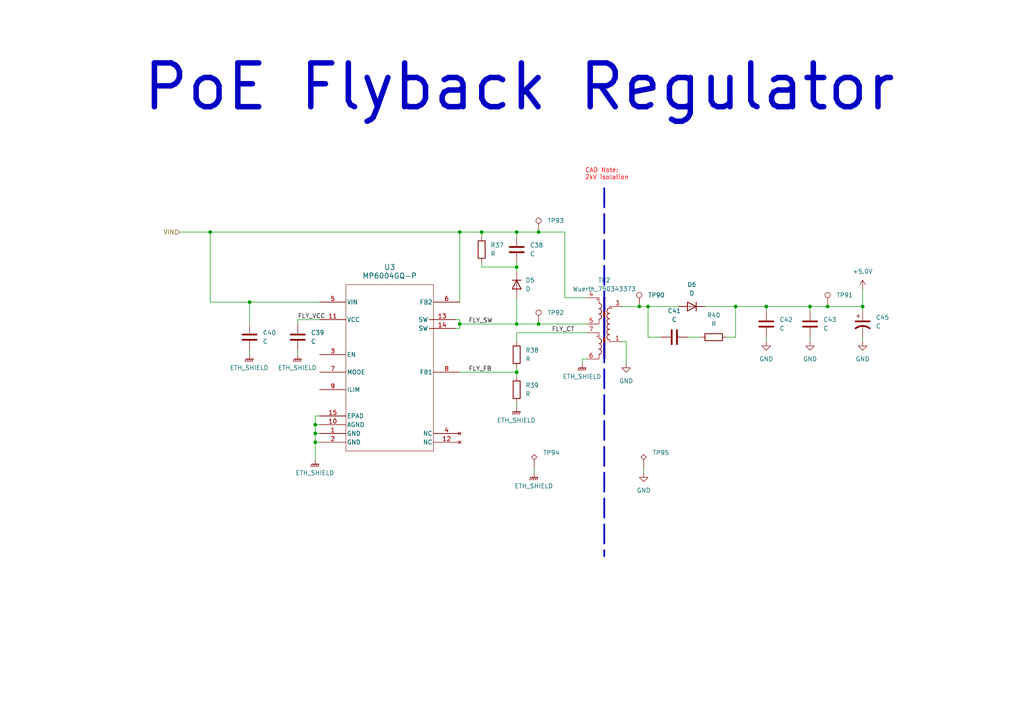
<source format=kicad_sch>
(kicad_sch (version 20250114) (generator "eeschema") (generator_version "9.0")
  (paper "A4")
  (lib_symbols
    (symbol "Connector:TestPoint" (pin_numbers (hide yes)) (pin_names (offset 0.762) (hide yes))
      (property "Reference" "TP" (at 0 6.858 0))
      (property "Value" "TestPoint" (at 0 5.08 0))
      (symbol "TestPoint_0_1"
        (circle (center 0 3.302) (radius 0.762))
      )
      (symbol "TestPoint_1_1"
        (pin passive line (at 0 0 90) (length 2.54) (name "1") (number "1"))
      )
    )
    (symbol "Connector:TestPoint_Alt" (pin_numbers (hide yes)) (pin_names (offset 0.762) (hide yes))
      (property "Reference" "TP" (at 0 6.858 0))
      (property "Value" "TestPoint_Alt" (at 0 5.08 0))
      (symbol "TestPoint_Alt_0_1"
        (polyline (pts (xy 0 2.54) (xy -0.762 3.302) (xy 0 4.064) (xy 0.762 3.302) (xy 0 2.54)))
      )
      (symbol "TestPoint_Alt_1_1"
        (pin passive line (at 0 0 90) (length 2.54) (name "1") (number "1"))
      )
    )
    (symbol "Device:C" (pin_numbers (hide yes)) (pin_names (offset 0.254))
      (property "Reference" "C" (at 0.635 2.54 0))
      (property "Value" "C" (at 0.635 -2.54 0))
      (symbol "C_0_1"
        (polyline (pts (xy -2.032 0.762) (xy 2.032 0.762)) (stroke (width 0.508)))
        (polyline (pts (xy -2.032 -0.762) (xy 2.032 -0.762)) (stroke (width 0.508)))
      )
      (symbol "C_1_1"
        (pin passive line (at 0 3.81 270) (length 2.794) (name "~") (number "1"))
        (pin passive line (at 0 -3.81 90) (length 2.794) (name "~") (number "2"))
      )
    )
    (symbol "Device:C_Polarized_US" (pin_numbers (hide yes)) (pin_names (offset 0.254) (hide yes))
      (property "Reference" "C" (at 0.635 2.54 0))
      (property "Value" "C_Polarized_US" (at 0.635 -2.54 0))
      (symbol "C_Polarized_US_0_1"
        (polyline (pts (xy -2.032 0.762) (xy 2.032 0.762)) (stroke (width 0.508)))
        (polyline (pts (xy -1.778 2.286) (xy -0.762 2.286)))
        (polyline (pts (xy -1.27 1.778) (xy -1.27 2.794)))
        (arc (start -2.032 -1.27) (mid 0 -0.5572) (end 2.032 -1.27) (stroke (width 0.508)))
      )
      (symbol "C_Polarized_US_1_1"
        (pin passive line (at 0 3.81 270) (length 2.794) (name "~") (number "1"))
        (pin passive line (at 0 -3.81 90) (length 3.302) (name "~") (number "2"))
      )
    )
    (symbol "Device:D" (pin_numbers (hide yes)) (pin_names (offset 1.016) (hide yes))
      (property "Reference" "D" (at 0 2.54 0))
      (property "Value" "D" (at 0 -2.54 0))
      (symbol "D_0_1"
        (polyline (pts (xy -1.27 1.27) (xy -1.27 -1.27)) (stroke (width 0.254)))
        (polyline (pts (xy 1.27 1.27) (xy 1.27 -1.27) (xy -1.27 0) (xy 1.27 1.27)) (stroke (width 0.254)))
        (polyline (pts (xy 1.27 0) (xy -1.27 0)))
      )
      (symbol "D_1_1"
        (pin passive line (at -3.81 0 0) (length 2.54) (name "K") (number "1"))
        (pin passive line (at 3.81 0 180) (length 2.54) (name "A") (number "2"))
      )
    )
    (symbol "Device:R" (pin_numbers (hide yes)) (pin_names (offset 0))
      (property "Reference" "R" (at 2.032 0 90))
      (property "Value" "R" (at 0 0 90))
      (symbol "R_0_1"
        (rectangle (start -1.016 -2.54) (end 1.016 2.54) (stroke (width 0.254)))
      )
      (symbol "R_1_1"
        (pin passive line (at 0 3.81 270) (length 1.27) (name "~") (number "1"))
        (pin passive line (at 0 -3.81 90) (length 1.27) (name "~") (number "2"))
      )
    )
    (symbol "MP6004GQ-P:MP6004GQ-P" (pin_names (offset 0.254))
      (property "Reference" "U" (at 20.32 10.16 0))
      (property "Value" "MP6004GQ-P" (at 20.32 7.62 0))
      (symbol "MP6004GQ-P_0_1"
        (polyline (pts (xy 7.62 5.08) (xy 7.62 -43.18)) (stroke (width 0.127)))
        (polyline (pts (xy 7.62 -43.18) (xy 33.02 -43.18)) (stroke (width 0.127)))
        (polyline (pts (xy 33.02 5.08) (xy 7.62 5.08)) (stroke (width 0.127)))
        (polyline (pts (xy 33.02 -43.18) (xy 33.02 5.08)) (stroke (width 0.127)))
        (pin power_in line (at 0 0 0) (length 7.62) (name "VIN") (number "5"))
        (pin power_in line (at 0 -5.08 0) (length 7.62) (name "VCC") (number "11"))
        (pin input line (at 0 -15.24 0) (length 7.62) (name "EN") (number "3"))
        (pin unspecified line (at 0 -20.32 0) (length 7.62) (name "MODE") (number "7"))
        (pin unspecified line (at 0 -25.4 0) (length 7.62) (name "ILIM") (number "9"))
        (pin power_in line (at 0 -33.02 0) (length 7.62) (name "EPAD") (number "15"))
        (pin power_in line (at 0 -35.56 0) (length 7.62) (name "AGND") (number "10"))
        (pin power_in line (at 0 -38.1 0) (length 7.62) (name "GND") (number "1"))
        (pin power_in line (at 0 -40.64 0) (length 7.62) (name "GND") (number "2"))
        (pin output line (at 39.37 -5.08 180) (length 7.62) (name "SW") (number "13"))
        (pin output line (at 39.37 -7.62 180) (length 7.62) (name "SW") (number "14"))
        (pin unspecified line (at 40.64 0 180) (length 7.62) (name "FB2") (number "6"))
        (pin unspecified line (at 40.64 -20.32 180) (length 7.62) (name "FB1") (number "8"))
        (pin no_connect line (at 40.64 -38.1 180) (length 7.62) (name "NC") (number "4"))
        (pin no_connect line (at 40.64 -40.64 180) (length 7.62) (name "NC") (number "12"))
      )
    )
    (symbol "Transformer:Wuerth_750343373"
      (property "Reference" "TR" (at 0 8.89 0))
      (property "Value" "Wuerth_750343373" (at 0 -11.43 0))
      (symbol "Wuerth_750343373_0_1"
        (circle (center -2.032 4.572) (radius 0.127))
        (arc (start -1.524 4.572) (mid -0.7653 3.81) (end -1.524 3.048) (stroke (width 0.2032)))
        (arc (start -1.524 3.048) (mid -0.7653 2.286) (end -1.524 1.524) (stroke (width 0.2032)))
        (arc (start -1.524 1.524) (mid -0.7653 0.762) (end -1.524 0) (stroke (width 0.2032)))
        (arc (start -1.524 0) (mid -0.7653 -0.762) (end -1.524 -1.524) (stroke (width 0.2032)))
        (arc (start -1.524 -1.524) (mid -0.7653 -2.286) (end -1.524 -3.048) (stroke (width 0.2032)))
        (arc (start -1.524 -3.048) (mid -0.7653 -3.81) (end -1.524 -4.572) (stroke (width 0.2032)))
        (polyline (pts (xy -1.524 4.572) (xy -1.524 5.08) (xy -2.54 5.08)))
        (polyline (pts (xy -1.524 -4.572) (xy -1.524 -5.08) (xy -2.54 -5.08)))
        (rectangle (start -0.254 7.874) (end 0.254 -10.16) (stroke (width 0.0254)) (fill (type outline)))
        (polyline (pts (xy 1.524 -8.89) (xy 1.524 -10.16) (xy 2.54 -10.16)))
        (arc (start 1.524 4.445) (mid 0.7653 5.207) (end 1.524 5.969) (stroke (width 0.2032)))
        (arc (start 1.524 2.921) (mid 0.7653 3.683) (end 1.524 4.445) (stroke (width 0.2032)))
        (arc (start 1.524 1.397) (mid 0.7653 2.159) (end 1.524 2.921) (stroke (width 0.2032)))
        (arc (start 1.524 -5.715) (mid 0.7653 -4.953) (end 1.524 -4.191) (stroke (width 0.2032)))
        (arc (start 1.524 -7.239) (mid 0.7653 -6.477) (end 1.524 -5.715) (stroke (width 0.2032)))
        (arc (start 1.524 -8.763) (mid 0.7653 -8.001) (end 1.524 -7.239) (stroke (width 0.2032)))
        (circle (center 2.032 7.112) (radius 0.127))
        (circle (center 2.032 -3.556) (radius 0.127))
        (polyline (pts (xy 2.54 7.62) (xy 1.524 7.62) (xy 1.524 6.096)))
        (polyline (pts (xy 2.54 0) (xy 1.524 0) (xy 1.524 1.27)))
        (polyline (pts (xy 2.54 -2.54) (xy 1.524 -2.54) (xy 1.524 -4.064)))
      )
      (symbol "Wuerth_750343373_1_1"
        (pin passive line (at -5.08 5.08 0) (length 2.54) (name "~") (number "3"))
        (pin passive line (at -5.08 -5.08 0) (length 2.54) (name "~") (number "1"))
        (pin no_connect line (at 0 2.54 180) (length 2.54) (hide yes) (name "~") (number "2"))
        (pin no_connect line (at 0 0 180) (length 2.54) (hide yes) (name "~") (number "8"))
        (pin no_connect line (at 0 -2.54 180) (length 2.54) (hide yes) (name "~") (number "9"))
        (pin no_connect line (at 0 -7.62 0) (length 2.54) (hide yes) (name "~") (number "10"))
        (pin passive line (at 5.08 7.62 180) (length 2.54) (name "~") (number "4"))
        (pin passive line (at 5.08 0 180) (length 2.54) (name "~") (number "5"))
        (pin passive line (at 5.08 -2.54 180) (length 2.54) (name "~") (number "7"))
        (pin passive line (at 5.08 -10.16 180) (length 2.54) (name "~") (number "6"))
      )
    )
    (symbol "power:+3.3V" (power) (pin_numbers (hide yes)) (pin_names (offset 0) (hide yes))
      (property "Value" "+3.3V" (at 0 3.556 0))
      (symbol "+3.3V_0_1"
        (polyline (pts (xy -0.762 1.27) (xy 0 2.54)))
        (polyline (pts (xy 0 2.54) (xy 0.762 1.27)))
        (polyline (pts (xy 0 0) (xy 0 2.54)))
      )
      (symbol "+3.3V_1_1"
        (pin power_in line (at 0 0 90) (length 0) (name "~") (number "1"))
      )
    )
    (symbol "power:GND" (power) (pin_numbers (hide yes)) (pin_names (offset 0) (hide yes))
      (property "Value" "GND" (at 0 -3.81 0))
      (symbol "GND_0_1"
        (polyline (pts (xy 0 0) (xy 0 -1.27) (xy 1.27 -1.27) (xy 0 -2.54) (xy -1.27 -1.27) (xy 0 -1.27)))
      )
      (symbol "GND_1_1"
        (pin power_in line (at 0 0 270) (length 0) (name "~") (number "1"))
      )
    )
    (symbol "power:GNDPWR" (power) (pin_numbers (hide yes)) (pin_names (offset 0) (hide yes))
      (property "Value" "GNDPWR" (at 0 -3.302 0))
      (symbol "GNDPWR_0_1"
        (polyline (pts (xy -1.016 -1.27) (xy -1.27 -2.032) (xy -1.27 -2.032)) (stroke (width 0.2032)))
        (polyline (pts (xy -0.508 -1.27) (xy -0.762 -2.032) (xy -0.762 -2.032)) (stroke (width 0.2032)))
        (polyline (pts (xy 0 -1.27) (xy 0 0)))
        (polyline (pts (xy 0 -1.27) (xy -0.254 -2.032) (xy -0.254 -2.032)) (stroke (width 0.2032)))
        (polyline (pts (xy 0.508 -1.27) (xy 0.254 -2.032) (xy 0.254 -2.032)) (stroke (width 0.2032)))
        (polyline (pts (xy 1.016 -1.27) (xy -1.016 -1.27) (xy -1.016 -1.27)) (stroke (width 0.2032)))
        (polyline (pts (xy 1.016 -1.27) (xy 0.762 -2.032) (xy 0.762 -2.032) (xy 0.762 -2.032)) (stroke (width 0.2032)))
      )
      (symbol "GNDPWR_1_1"
        (pin power_in line (at 0 0 270) (length 0) (name "~") (number "1"))
      )
    )
  )
  (text "PoE Flyback Regulator" (at 150.622 25.4 0) (effects (font (size 12.7 12.7) (thickness 1.5875))))
  (text "CAD Note:\n2kV isolation\n" (at 169.672 50.546 0) (effects (font (size 1.27 1.27)) (justify left)))
  (junction (at 222.25 88.9))
  (junction (at 213.36 88.9))
  (junction (at 72.39 87.63))
  (junction (at 149.86 93.98))
  (junction (at 156.21 67.31))
  (junction (at 149.86 107.95))
  (junction (at 187.96 88.9))
  (junction (at 185.42 88.9))
  (junction (at 133.35 93.98))
  (junction (at 149.86 67.31))
  (junction (at 91.44 123.19))
  (junction (at 240.03 88.9))
  (junction (at 91.44 128.27))
  (junction (at 60.96 67.31))
  (junction (at 156.21 93.98))
  (junction (at 149.86 77.47))
  (junction (at 133.35 67.31))
  (junction (at 91.44 125.73))
  (junction (at 234.95 88.9))
  (junction (at 250.19 88.9))
  (junction (at 139.7 67.31))
  (wire (pts (xy 170.18 86.36) (xy 163.83 86.36)))
  (wire (pts (xy 156.21 67.31) (xy 163.83 67.31)))
  (wire (pts (xy 91.44 125.73) (xy 92.71 125.73)))
  (wire (pts (xy 72.39 87.63) (xy 92.71 87.63)))
  (polyline (pts (xy 175.26 54.61) (xy 175.26 161.29)) (stroke (width 0.5) (type dash)))
  (wire (pts (xy 163.83 86.36) (xy 163.83 67.31)))
  (wire (pts (xy 91.44 120.65) (xy 92.71 120.65)))
  (wire (pts (xy 149.86 67.31) (xy 156.21 67.31)))
  (wire (pts (xy 60.96 67.31) (xy 133.35 67.31)))
  (wire (pts (xy 139.7 67.31) (xy 139.7 68.58)))
  (wire (pts (xy 86.36 93.98) (xy 86.36 92.71)))
  (wire (pts (xy 133.35 67.31) (xy 133.35 87.63)))
  (wire (pts (xy 250.19 88.9) (xy 250.19 90.17)))
  (wire (pts (xy 234.95 88.9) (xy 240.03 88.9)))
  (wire (pts (xy 139.7 67.31) (xy 149.86 67.31)))
  (wire (pts (xy 213.36 97.79) (xy 210.82 97.79)))
  (wire (pts (xy 72.39 87.63) (xy 72.39 93.98)))
  (wire (pts (xy 168.91 105.41) (xy 168.91 104.14)))
  (wire (pts (xy 213.36 88.9) (xy 213.36 97.79)))
  (wire (pts (xy 199.39 97.79) (xy 203.2 97.79)))
  (wire (pts (xy 149.86 107.95) (xy 149.86 109.22)))
  (wire (pts (xy 91.44 128.27) (xy 91.44 125.73)))
  (wire (pts (xy 180.34 88.9) (xy 185.42 88.9)))
  (wire (pts (xy 52.07 67.31) (xy 60.96 67.31)))
  (wire (pts (xy 234.95 88.9) (xy 234.95 90.17)))
  (wire (pts (xy 204.47 88.9) (xy 213.36 88.9)))
  (wire (pts (xy 72.39 87.63) (xy 60.96 87.63)))
  (wire (pts (xy 185.42 88.9) (xy 187.96 88.9)))
  (wire (pts (xy 149.86 77.47) (xy 139.7 77.47)))
  (wire (pts (xy 149.86 86.36) (xy 149.86 93.98)))
  (wire (pts (xy 250.19 83.82) (xy 250.19 88.9)))
  (wire (pts (xy 149.86 77.47) (xy 149.86 78.74)))
  (wire (pts (xy 187.96 97.79) (xy 187.96 88.9)))
  (wire (pts (xy 191.77 97.79) (xy 187.96 97.79)))
  (wire (pts (xy 149.86 67.31) (xy 149.86 68.58)))
  (wire (pts (xy 222.25 88.9) (xy 222.25 90.17)))
  (wire (pts (xy 149.86 107.95) (xy 133.35 107.95)))
  (wire (pts (xy 72.39 101.6) (xy 72.39 102.87)))
  (wire (pts (xy 240.03 88.9) (xy 250.19 88.9)))
  (wire (pts (xy 154.94 135.89) (xy 154.94 137.16)))
  (wire (pts (xy 133.35 67.31) (xy 139.7 67.31)))
  (wire (pts (xy 222.25 97.79) (xy 222.25 99.06)))
  (wire (pts (xy 181.61 105.41) (xy 181.61 99.06)))
  (wire (pts (xy 181.61 99.06) (xy 180.34 99.06)))
  (wire (pts (xy 149.86 96.52) (xy 170.18 96.52)))
  (wire (pts (xy 250.19 97.79) (xy 250.19 99.06)))
  (wire (pts (xy 187.96 88.9) (xy 196.85 88.9)))
  (wire (pts (xy 186.69 135.89) (xy 186.69 137.16)))
  (wire (pts (xy 91.44 128.27) (xy 92.71 128.27)))
  (wire (pts (xy 156.21 93.98) (xy 170.18 93.98)))
  (wire (pts (xy 60.96 87.63) (xy 60.96 67.31)))
  (wire (pts (xy 133.35 92.71) (xy 132.08 92.71)))
  (wire (pts (xy 86.36 101.6) (xy 86.36 102.87)))
  (wire (pts (xy 133.35 95.25) (xy 133.35 93.98)))
  (wire (pts (xy 149.86 106.68) (xy 149.86 107.95)))
  (wire (pts (xy 149.86 76.2) (xy 149.86 77.47)))
  (wire (pts (xy 91.44 123.19) (xy 92.71 123.19)))
  (wire (pts (xy 149.86 93.98) (xy 156.21 93.98)))
  (wire (pts (xy 213.36 88.9) (xy 222.25 88.9)))
  (wire (pts (xy 149.86 116.84) (xy 149.86 118.11)))
  (wire (pts (xy 168.91 104.14) (xy 170.18 104.14)))
  (wire (pts (xy 133.35 93.98) (xy 149.86 93.98)))
  (wire (pts (xy 91.44 123.19) (xy 91.44 120.65)))
  (wire (pts (xy 133.35 93.98) (xy 133.35 92.71)))
  (wire (pts (xy 86.36 92.71) (xy 92.71 92.71)))
  (wire (pts (xy 132.08 95.25) (xy 133.35 95.25)))
  (wire (pts (xy 234.95 97.79) (xy 234.95 99.06)))
  (wire (pts (xy 139.7 77.47) (xy 139.7 76.2)))
  (wire (pts (xy 91.44 125.73) (xy 91.44 123.19)))
  (wire (pts (xy 149.86 99.06) (xy 149.86 96.52)))
  (wire (pts (xy 222.25 88.9) (xy 234.95 88.9)))
  (wire (pts (xy 91.44 133.35) (xy 91.44 128.27)))
  (label "FLY_SW" (at 135.89 93.98 0))
  (label "FLY_VCC" (at 86.36 92.71 0))
  (label "FLY_CT" (at 160.02 96.52 0))
  (label "FLY_FB" (at 135.89 107.95 0))
  (hierarchical_label "VIN" (shape input) (at 52.07 67.31 180))
  (symbol (lib_id "power:GNDPWR") (at 86.36 102.87 0) (unit 1)
    (property "Reference" "#PWR065" (effects (hide yes)))
    (property "Value" "ETH_SHIELD" (at 86.233 106.68 0))
    (property "Description" "Power symbol creates a global label with name \"GNDPWR\" , global ground" (effects (hide yes)))
  )
  (symbol (lib_id "Device:C") (at 234.95 93.98 0) (unit 1)
    (property "Reference" "C43" (at 238.76 92.7099 0) (effects (justify left)))
    (property "Value" "C" (at 238.76 95.2499 0) (effects (justify left)))
    (property "Description" "Unpolarized capacitor" (effects (hide yes)))
  )
  (symbol (lib_id "Device:C") (at 195.58 97.79 90) (unit 1)
    (property "Reference" "C41" (at 195.58 90.17 90))
    (property "Value" "C" (at 195.58 92.71 90))
    (property "Description" "Unpolarized capacitor" (effects (hide yes)))
  )
  (symbol (lib_id "Device:C") (at 72.39 97.79 0) (unit 1)
    (property "Reference" "C40" (at 76.2 96.5199 0) (effects (justify left)))
    (property "Value" "C" (at 76.2 99.0599 0) (effects (justify left)))
    (property "Description" "Unpolarized capacitor" (effects (hide yes)))
  )
  (symbol (lib_id "MP6004GQ-P:MP6004GQ-P") (at 92.71 87.63 0) (unit 1)
    (property "Reference" "U3" (at 113.03 77.47 0) (effects (font (size 1.524 1.524))))
    (property "Value" "MP6004GQ-P" (at 113.03 80.01 0) (effects (font (size 1.524 1.524))))
    (property "Footprint" "MP6004GQ-P:QFN-14_MP6004_MNP" (effects (hide yes)))
    (property "Datasheet" "MP6004GQ-P" (effects (hide yes)))
  )
  (symbol (lib_id "power:GND") (at 181.61 105.41 0) (unit 1)
    (property "Reference" "#PWR070" (effects (hide yes)))
    (property "Value" "GND" (at 181.61 110.49 0))
    (property "Description" "Power symbol creates a global label with name \"GND\" , ground" (effects (hide yes)))
  )
  (symbol (lib_id "power:GND") (at 250.19 99.06 0) (unit 1)
    (property "Reference" "#PWR073" (effects (hide yes)))
    (property "Value" "GND" (at 250.19 104.14 0))
    (property "Description" "Power symbol creates a global label with name \"GND\" , ground" (effects (hide yes)))
  )
  (symbol (lib_id "Device:C") (at 149.86 72.39 0) (unit 1)
    (property "Reference" "C38" (at 153.67 71.1199 0) (effects (justify left)))
    (property "Value" "C" (at 153.67 73.6599 0) (effects (justify left)))
    (property "Description" "Unpolarized capacitor" (effects (hide yes)))
  )
  (symbol (lib_id "Connector:TestPoint") (at 185.42 88.9 0) (mirror y) (unit 1)
    (property "Reference" "TP90" (at 187.96 85.5979 0) (effects (justify right)))
    (property "Value" "TestPoint" (effects (hide yes)))
    (property "Description" "test point" (effects (hide yes)))
  )
  (symbol (lib_id "Connector:TestPoint_Alt") (at 154.94 135.89 0) (unit 1)
    (property "Reference" "TP94" (at 157.48 131.3179 0) (effects (justify left)))
    (property "Value" "TestPoint_Alt" (effects (hide yes)))
    (property "Description" "test point (alternative shape)" (effects (hide yes)))
  )
  (symbol (lib_id "Device:D") (at 200.66 88.9 180) (unit 1)
    (property "Reference" "D6" (at 200.66 82.55 0))
    (property "Value" "D" (at 200.66 85.09 0))
    (property "Description" "Diode" (effects (hide yes)))
    (property "Sim.Device" "D" (effects (hide yes)))
    (property "Sim.Pins" "1=K 2=A" (effects (hide yes)))
  )
  (symbol (lib_id "power:GND") (at 186.69 137.16 0) (unit 1)
    (property "Reference" "#PWR076" (effects (hide yes)))
    (property "Value" "GND" (at 186.69 142.24 0))
    (property "Description" "Power symbol creates a global label with name \"GND\" , ground" (effects (hide yes)))
  )
  (symbol (lib_id "Connector:TestPoint") (at 156.21 67.31 0) (mirror y) (unit 1)
    (property "Reference" "TP93" (at 158.75 64.0079 0) (effects (justify right)))
    (property "Value" "TestPoint" (effects (hide yes)))
    (property "Description" "test point" (effects (hide yes)))
  )
  (symbol (lib_id "Device:D") (at 149.86 82.55 270) (unit 1)
    (property "Reference" "D5" (at 152.4 81.2799 90) (effects (justify left)))
    (property "Value" "D" (at 152.4 83.8199 90) (effects (justify left)))
    (property "Description" "Diode" (effects (hide yes)))
    (property "Sim.Device" "D" (effects (hide yes)))
    (property "Sim.Pins" "1=K 2=A" (effects (hide yes)))
  )
  (symbol (lib_id "Device:R") (at 149.86 102.87 0) (unit 1)
    (property "Reference" "R38" (at 152.4 101.5999 0) (effects (justify left)))
    (property "Value" "R" (at 152.4 104.1399 0) (effects (justify left)))
    (property "Description" "Resistor" (effects (hide yes)))
  )
  (symbol (lib_id "Device:C") (at 222.25 93.98 0) (unit 1)
    (property "Reference" "C42" (at 226.06 92.7099 0) (effects (justify left)))
    (property "Value" "C" (at 226.06 95.2499 0) (effects (justify left)))
    (property "Description" "Unpolarized capacitor" (effects (hide yes)))
  )
  (symbol (lib_id "Connector:TestPoint") (at 156.21 93.98 0) (mirror y) (unit 1)
    (property "Reference" "TP92" (at 158.75 90.6779 0) (effects (justify right)))
    (property "Value" "TestPoint" (effects (hide yes)))
    (property "Description" "test point" (effects (hide yes)))
  )
  (symbol (lib_id "power:GNDPWR") (at 91.44 133.35 0) (unit 1)
    (property "Reference" "#PWR069" (effects (hide yes)))
    (property "Value" "ETH_SHIELD" (at 91.313 137.16 0))
    (property "Description" "Power symbol creates a global label with name \"GNDPWR\" , global ground" (effects (hide yes)))
  )
  (symbol (lib_id "Transformer:Wuerth_750343373") (at 175.26 93.98 0) (mirror y) (unit 1)
    (property "Reference" "TR2" (at 175.26 81.28 0))
    (property "Value" "Wuerth_750343373" (at 175.26 83.82 0))
    (property "Footprint" "Transformer_THT:Transformer_Wuerth_750343373" (effects (hide yes)))
    (property "Datasheet" "https://katalog.we-online.com/ctm/datasheet/750343373.pdf" (effects (hide yes)))
    (property "Description" "Primary 18-60V 300kHz, Dual Secondary 12V-3A/12V-1A, Flyback Transformer, PCB" (effects (hide yes)))
  )
  (symbol (lib_id "power:GND") (at 234.95 99.06 0) (unit 1)
    (property "Reference" "#PWR072" (effects (hide yes)))
    (property "Value" "GND" (at 234.95 104.14 0))
    (property "Description" "Power symbol creates a global label with name \"GND\" , ground" (effects (hide yes)))
  )
  (symbol (lib_id "Device:R") (at 207.01 97.79 90) (unit 1)
    (property "Reference" "R40" (at 207.01 91.44 90))
    (property "Value" "R" (at 207.01 93.98 90))
    (property "Description" "Resistor" (effects (hide yes)))
  )
  (symbol (lib_id "power:GNDPWR") (at 168.91 105.41 0) (unit 1)
    (property "Reference" "#PWR068" (effects (hide yes)))
    (property "Value" "ETH_SHIELD" (at 168.783 109.22 0))
    (property "Description" "Power symbol creates a global label with name \"GNDPWR\" , global ground" (effects (hide yes)))
  )
  (symbol (lib_id "power:GNDPWR") (at 149.86 118.11 0) (unit 1)
    (property "Reference" "#PWR066" (effects (hide yes)))
    (property "Value" "ETH_SHIELD" (at 149.733 121.92 0))
    (property "Description" "Power symbol creates a global label with name \"GNDPWR\" , global ground" (effects (hide yes)))
  )
  (symbol (lib_id "Device:R") (at 139.7 72.39 0) (unit 1)
    (property "Reference" "R37" (at 142.24 71.1199 0) (effects (justify left)))
    (property "Value" "R" (at 142.24 73.6599 0) (effects (justify left)))
    (property "Description" "Resistor" (effects (hide yes)))
  )
  (symbol (lib_id "Device:C") (at 86.36 97.79 0) (unit 1)
    (property "Reference" "C39" (at 90.17 96.5199 0) (effects (justify left)))
    (property "Value" "C" (at 90.17 99.0599 0) (effects (justify left)))
    (property "Description" "Unpolarized capacitor" (effects (hide yes)))
  )
  (symbol (lib_id "Device:C_Polarized_US") (at 250.19 93.98 0) (unit 1)
    (property "Reference" "C45" (at 254 92.0749 0) (effects (justify left)))
    (property "Value" "C" (at 254 94.6149 0) (effects (justify left)))
    (property "Description" "Polarized capacitor, US symbol" (effects (hide yes)))
  )
  (symbol (lib_id "Device:R") (at 149.86 113.03 0) (unit 1)
    (property "Reference" "R39" (at 152.4 111.7599 0) (effects (justify left)))
    (property "Value" "R" (at 152.4 114.2999 0) (effects (justify left)))
    (property "Description" "Resistor" (effects (hide yes)))
  )
  (symbol (lib_id "Connector:TestPoint") (at 240.03 88.9 0) (mirror y) (unit 1)
    (property "Reference" "TP91" (at 242.57 85.5979 0) (effects (justify right)))
    (property "Value" "TestPoint" (effects (hide yes)))
    (property "Description" "test point" (effects (hide yes)))
  )
  (symbol (lib_id "power:GND") (at 222.25 99.06 0) (unit 1)
    (property "Reference" "#PWR071" (effects (hide yes)))
    (property "Value" "GND" (at 222.25 104.14 0))
    (property "Description" "Power symbol creates a global label with name \"GND\" , ground" (effects (hide yes)))
  )
  (symbol (lib_id "power:GNDPWR") (at 72.39 102.87 0) (unit 1)
    (property "Reference" "#PWR067" (effects (hide yes)))
    (property "Value" "ETH_SHIELD" (at 72.263 106.68 0))
    (property "Description" "Power symbol creates a global label with name \"GNDPWR\" , global ground" (effects (hide yes)))
  )
  (symbol (lib_id "power:GNDPWR") (at 154.94 137.16 0) (unit 1)
    (property "Reference" "#PWR075" (effects (hide yes)))
    (property "Value" "ETH_SHIELD" (at 154.813 140.97 0))
    (property "Description" "Power symbol creates a global label with name \"GNDPWR\" , global ground" (effects (hide yes)))
  )
  (symbol (lib_id "power:+3.3V") (at 250.19 83.82 0) (unit 1)
    (property "Reference" "#PWR074" (effects (hide yes)))
    (property "Value" "+5.0V" (at 250.19 78.74 0))
    (property "Description" "Power symbol creates a global label with name \"+3.3V\"" (effects (hide yes)))
  )
  (symbol (lib_id "Connector:TestPoint_Alt") (at 186.69 135.89 0) (unit 1)
    (property "Reference" "TP95" (at 189.23 131.3179 0) (effects (justify left)))
    (property "Value" "TestPoint_Alt" (effects (hide yes)))
    (property "Description" "test point (alternative shape)" (effects (hide yes)))
  )
)
</source>
